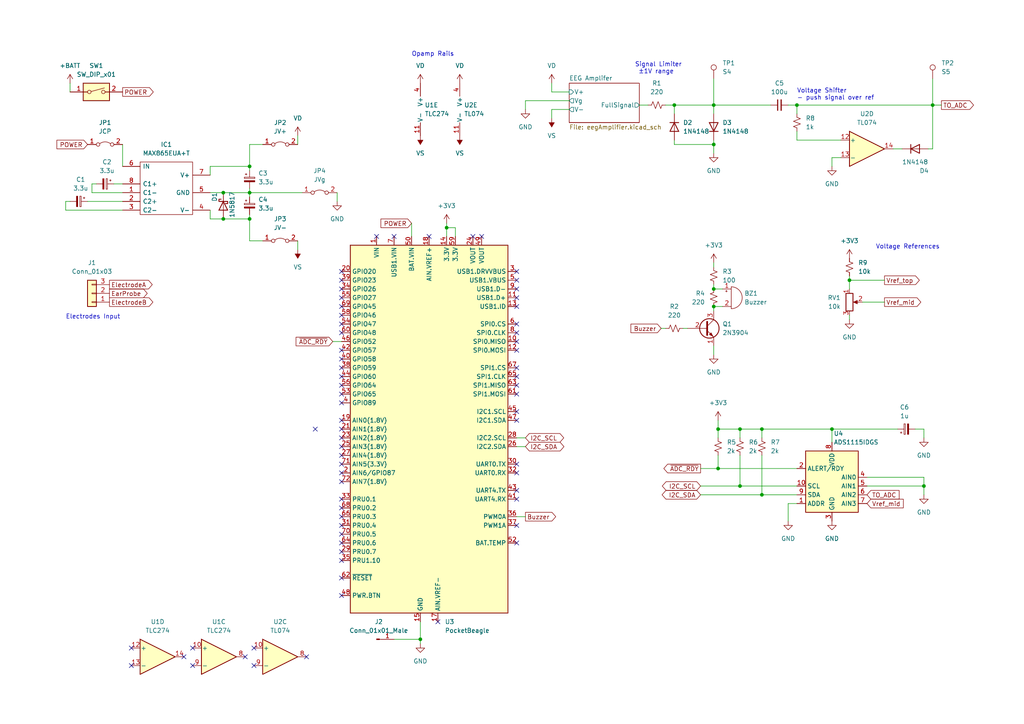
<source format=kicad_sch>
(kicad_sch (version 20211123) (generator eeschema)
  (paper "A4")
  (title_block (title "TrailNapAlarm") (date "2022-06-07") (rev "3"))
  (lib_symbols
    (symbol "Amplifier_Operational:TL074" (pin_names (offset 0.127))
      (property "Reference" "U" (at 0 5.08 0))
      (property "Value" "TL074" (at 0 -5.08 0))
      (symbol "TL074_1_1"
        (polyline (pts (xy -5.08 5.08) (xy 5.08 0) (xy -5.08 -5.08) (xy -5.08 5.08)) (stroke (width 0.254)) (fill (type background)))
        (pin output line (at 7.62 0 180) (length 2.54) (name "~") (number "1"))
        (pin input line (at -7.62 -2.54 0) (length 2.54) (name "-") (number "2"))
        (pin input line (at -7.62 2.54 0) (length 2.54) (name "+") (number "3"))
      )
      (symbol "TL074_2_1"
        (polyline (pts (xy -5.08 5.08) (xy 5.08 0) (xy -5.08 -5.08) (xy -5.08 5.08)) (stroke (width 0.254)) (fill (type background)))
        (pin input line (at -7.62 2.54 0) (length 2.54) (name "+") (number "5"))
        (pin input line (at -7.62 -2.54 0) (length 2.54) (name "-") (number "6"))
        (pin output line (at 7.62 0 180) (length 2.54) (name "~") (number "7"))
      )
      (symbol "TL074_3_1"
        (polyline (pts (xy -5.08 5.08) (xy 5.08 0) (xy -5.08 -5.08) (xy -5.08 5.08)) (stroke (width 0.254)) (fill (type background)))
        (pin input line (at -7.62 2.54 0) (length 2.54) (name "+") (number "10"))
        (pin output line (at 7.62 0 180) (length 2.54) (name "~") (number "8"))
        (pin input line (at -7.62 -2.54 0) (length 2.54) (name "-") (number "9"))
      )
      (symbol "TL074_4_1"
        (polyline (pts (xy -5.08 5.08) (xy 5.08 0) (xy -5.08 -5.08) (xy -5.08 5.08)) (stroke (width 0.254)) (fill (type background)))
        (pin input line (at -7.62 2.54 0) (length 2.54) (name "+") (number "12"))
        (pin input line (at -7.62 -2.54 0) (length 2.54) (name "-") (number "13"))
        (pin output line (at 7.62 0 180) (length 2.54) (name "~") (number "14"))
      )
      (symbol "TL074_5_1"
        (pin power_in line (at -2.54 -7.62 90) (length 3.81) (name "V-") (number "11"))
        (pin power_in line (at -2.54 7.62 270) (length 3.81) (name "V+") (number "4"))
      )
    )
    (symbol "Amplifier_Operational:TLC274" (pin_names (offset 0.127))
      (property "Reference" "U" (at 0 5.08 0))
      (property "Value" "TLC274" (at 0 -5.08 0))
      (symbol "TLC274_1_1"
        (polyline (pts (xy -5.08 5.08) (xy 5.08 0) (xy -5.08 -5.08) (xy -5.08 5.08)) (stroke (width 0.254)) (fill (type background)))
        (pin output line (at 7.62 0 180) (length 2.54) (name "~") (number "1"))
        (pin input line (at -7.62 -2.54 0) (length 2.54) (name "-") (number "2"))
        (pin input line (at -7.62 2.54 0) (length 2.54) (name "+") (number "3"))
      )
      (symbol "TLC274_2_1"
        (polyline (pts (xy -5.08 5.08) (xy 5.08 0) (xy -5.08 -5.08) (xy -5.08 5.08)) (stroke (width 0.254)) (fill (type background)))
        (pin input line (at -7.62 2.54 0) (length 2.54) (name "+") (number "5"))
        (pin input line (at -7.62 -2.54 0) (length 2.54) (name "-") (number "6"))
        (pin output line (at 7.62 0 180) (length 2.54) (name "~") (number "7"))
      )
      (symbol "TLC274_3_1"
        (polyline (pts (xy -5.08 5.08) (xy 5.08 0) (xy -5.08 -5.08) (xy -5.08 5.08)) (stroke (width 0.254)) (fill (type background)))
        (pin input line (at -7.62 2.54 0) (length 2.54) (name "+") (number "10"))
        (pin output line (at 7.62 0 180) (length 2.54) (name "~") (number "8"))
        (pin input line (at -7.62 -2.54 0) (length 2.54) (name "-") (number "9"))
      )
      (symbol "TLC274_4_1"
        (polyline (pts (xy -5.08 5.08) (xy 5.08 0) (xy -5.08 -5.08) (xy -5.08 5.08)) (stroke (width 0.254)) (fill (type background)))
        (pin input line (at -7.62 2.54 0) (length 2.54) (name "+") (number "12"))
        (pin input line (at -7.62 -2.54 0) (length 2.54) (name "-") (number "13"))
        (pin output line (at 7.62 0 180) (length 2.54) (name "~") (number "14"))
      )
      (symbol "TLC274_5_1"
        (pin power_in line (at -2.54 -7.62 90) (length 3.81) (name "V-") (number "11"))
        (pin power_in line (at -2.54 7.62 270) (length 3.81) (name "V+") (number "4"))
      )
    )
    (symbol "Analog_ADC:ADS1115IDGS"
      (property "Reference" "U" (at 2.54 13.97 0))
      (property "Value" "ADS1115IDGS" (at 7.62 11.43 0))
      (symbol "ADS1115IDGS_0_1"
        (rectangle (start -7.62 10.16) (end 7.62 -7.62) (stroke (width 0.254)) (fill (type background)))
      )
      (symbol "ADS1115IDGS_1_1"
        (pin input line (at 10.16 -5.08 180) (length 2.54) (name "ADDR") (number "1"))
        (pin input line (at 10.16 0 180) (length 2.54) (name "SCL") (number "10"))
        (pin output line (at 10.16 5.08 180) (length 2.54) (name "ALERT/RDY") (number "2"))
        (pin power_in line (at 0 -10.16 90) (length 2.54) (name "GND") (number "3"))
        (pin input line (at -10.16 2.54 0) (length 2.54) (name "AIN0") (number "4"))
        (pin input line (at -10.16 0 0) (length 2.54) (name "AIN1") (number "5"))
        (pin input line (at -10.16 -2.54 0) (length 2.54) (name "AIN2") (number "6"))
        (pin input line (at -10.16 -5.08 0) (length 2.54) (name "AIN3") (number "7"))
        (pin power_in line (at 0 12.7 270) (length 2.54) (name "VDD") (number "8"))
        (pin bidirectional line (at 10.16 -2.54 180) (length 2.54) (name "SDA") (number "9"))
      )
    )
    (symbol "Connector:Conn_01x01_Male" (pin_names (offset 1.016) hide)
      (property "Reference" "J" (at 0 2.54 0))
      (property "Value" "Conn_01x01_Male" (at 0 -2.54 0))
      (symbol "Conn_01x01_Male_1_1"
        (polyline (pts (xy 1.27 0) (xy 0.8636 0)) (stroke (width 0.1524)))
        (rectangle (start 0.8636 0.127) (end 0 -0.127) (stroke (width 0.1524)) (fill (type outline)))
        (pin passive line (at 5.08 0 180) (length 3.81) (name "Pin_1") (number "1"))
      )
    )
    (symbol "Connector:TestPoint" (pin_numbers hide) (pin_names (offset 0.762) hide)
      (property "Reference" "TP" (at 0 6.858 0))
      (property "Value" "TestPoint" (at 0 5.08 0))
      (symbol "TestPoint_0_1"
        (circle (center 0 3.302) (radius 0.762))
      )
      (symbol "TestPoint_1_1"
        (pin passive line (at 0 0 90) (length 2.54) (name "1") (number "1"))
      )
    )
    (symbol "Connector_Generic:Conn_01x03" (pin_names (offset 1.016) hide)
      (property "Reference" "J" (at 0 5.08 0))
      (property "Value" "Conn_01x03" (at 0 -5.08 0))
      (symbol "Conn_01x03_1_1"
        (rectangle (start -1.27 -2.413) (end 0 -2.667) (stroke (width 0.1524)))
        (rectangle (start -1.27 0.127) (end 0 -0.127) (stroke (width 0.1524)))
        (rectangle (start -1.27 2.667) (end 0 2.413) (stroke (width 0.1524)))
        (rectangle (start -1.27 3.81) (end 1.27 -3.81) (stroke (width 0.254)) (fill (type background)))
        (pin passive line (at -5.08 2.54 0) (length 3.81) (name "Pin_1") (number "1"))
        (pin passive line (at -5.08 0 0) (length 3.81) (name "Pin_2") (number "2"))
        (pin passive line (at -5.08 -2.54 0) (length 3.81) (name "Pin_3") (number "3"))
      )
    )
    (symbol "Device:Buzzer" (pin_names (offset 0.0254) hide)
      (property "Reference" "BZ" (at 3.81 1.27 0))
      (property "Value" "Buzzer" (at 3.81 -1.27 0))
      (symbol "Buzzer_0_1"
        (arc (start 0 -3.175) (mid 3.175 0) (end 0 3.175))
        (polyline (pts (xy -1.651 1.905) (xy -1.143 1.905)))
        (polyline (pts (xy -1.397 2.159) (xy -1.397 1.651)))
        (polyline (pts (xy 0 3.175) (xy 0 -3.175)))
      )
      (symbol "Buzzer_1_1"
        (pin passive line (at -2.54 2.54 0) (length 2.54) (name "-") (number "1"))
        (pin passive line (at -2.54 -2.54 0) (length 2.54) (name "+") (number "2"))
      )
    )
    (symbol "Device:C_Polarized_Small" (pin_numbers hide) (pin_names (offset 0.254) hide)
      (property "Reference" "C" (at 0.254 1.778 0))
      (property "Value" "C_Polarized_Small" (at 0.254 -2.032 0))
      (symbol "C_Polarized_Small_0_1"
        (rectangle (start -1.524 -0.3048) (end 1.524 -0.6858) (fill (type outline)))
        (rectangle (start -1.524 0.6858) (end 1.524 0.3048))
        (polyline (pts (xy -1.27 1.524) (xy -0.762 1.524)))
        (polyline (pts (xy -1.016 1.27) (xy -1.016 1.778)))
      )
      (symbol "C_Polarized_Small_1_1"
        (pin passive line (at 0 2.54 270) (length 1.8542) (name "~") (number "1"))
        (pin passive line (at 0 -2.54 90) (length 1.8542) (name "~") (number "2"))
      )
    )
    (symbol "Device:C_Small" (pin_numbers hide) (pin_names (offset 0.254) hide)
      (property "Reference" "C" (at 0.254 1.778 0))
      (property "Value" "C_Small" (at 0.254 -2.032 0))
      (symbol "C_Small_0_1"
        (polyline (pts (xy -1.524 -0.508) (xy 1.524 -0.508)) (stroke (width 0.3302)))
        (polyline (pts (xy -1.524 0.508) (xy 1.524 0.508)) (stroke (width 0.3048)))
      )
      (symbol "C_Small_1_1"
        (pin passive line (at 0 2.54 270) (length 2.032) (name "~") (number "1"))
        (pin passive line (at 0 -2.54 90) (length 2.032) (name "~") (number "2"))
      )
    )
    (symbol "Device:R_Potentiometer" (pin_names (offset 1.016) hide)
      (property "Reference" "RV" (at -4.445 0 90))
      (property "Value" "R_Potentiometer" (at -2.54 0 90))
      (symbol "R_Potentiometer_0_1"
        (polyline (pts (xy 2.54 0) (xy 1.524 0)))
        (polyline (pts (xy 1.143 0) (xy 2.286 0.508) (xy 2.286 -0.508) (xy 1.143 0)) (fill (type outline)))
        (rectangle (start 1.016 2.54) (end -1.016 -2.54) (stroke (width 0.254)))
      )
      (symbol "R_Potentiometer_1_1"
        (pin passive line (at 0 3.81 270) (length 1.27) (name "1") (number "1"))
        (pin passive line (at 3.81 0 180) (length 1.27) (name "2") (number "2"))
        (pin passive line (at 0 -3.81 90) (length 1.27) (name "3") (number "3"))
      )
    )
    (symbol "Device:R_Small_US" (pin_numbers hide) (pin_names (offset 0.254) hide)
      (property "Reference" "R" (at 0.762 0.508 0))
      (property "Value" "R_Small_US" (at 0.762 -1.016 0))
      (symbol "R_Small_US_1_1"
        (polyline (pts (xy 0 0) (xy 1.016 -0.381) (xy 0 -0.762) (xy -1.016 -1.143) (xy 0 -1.524)))
        (polyline (pts (xy 0 1.524) (xy 1.016 1.143) (xy 0 0.762) (xy -1.016 0.381) (xy 0 0)))
        (pin passive line (at 0 2.54 270) (length 1.016) (name "~") (number "1"))
        (pin passive line (at 0 -2.54 90) (length 1.016) (name "~") (number "2"))
      )
    )
    (symbol "Diode:1N4148" (pin_numbers hide) (pin_names (offset 1.016) hide)
      (property "Reference" "D" (at 0 2.54 0))
      (property "Value" "1N4148" (at 0 -2.54 0))
      (symbol "1N4148_0_1"
        (polyline (pts (xy -1.27 1.27) (xy -1.27 -1.27)) (stroke (width 0.254)))
        (polyline (pts (xy 1.27 0) (xy -1.27 0)))
        (polyline (pts (xy 1.27 1.27) (xy 1.27 -1.27) (xy -1.27 0) (xy 1.27 1.27)) (stroke (width 0.254)))
      )
      (symbol "1N4148_1_1"
        (pin passive line (at -3.81 0 0) (length 2.54) (name "K") (number "1"))
        (pin passive line (at 3.81 0 180) (length 2.54) (name "A") (number "2"))
      )
    )
    (symbol "Diode:1N5817" (pin_numbers hide) (pin_names (offset 1.016) hide)
      (property "Reference" "D" (at 0 2.54 0))
      (property "Value" "1N5817" (at 0 -2.54 0))
      (symbol "1N5817_0_1"
        (polyline (pts (xy 1.27 0) (xy -1.27 0)))
        (polyline (pts (xy 1.27 1.27) (xy 1.27 -1.27) (xy -1.27 0) (xy 1.27 1.27)) (stroke (width 0.254)))
        (polyline (pts (xy -1.905 0.635) (xy -1.905 1.27) (xy -1.27 1.27) (xy -1.27 -1.27) (xy -0.635 -1.27) (xy -0.635 -0.635)) (stroke (width 0.254)))
      )
      (symbol "1N5817_1_1"
        (pin passive line (at -3.81 0 0) (length 2.54) (name "K") (number "1"))
        (pin passive line (at 3.81 0 180) (length 2.54) (name "A") (number "2"))
      )
    )
    (symbol "Jumper:Jumper_2_Bridged" (pin_names (offset 0) hide)
      (property "Reference" "JP" (at 0 1.905 0))
      (property "Value" "Jumper_2_Bridged" (at 0 -2.54 0))
      (symbol "Jumper_2_Bridged_0_0"
        (circle (center -2.032 0) (radius 0.508))
        (circle (center 2.032 0) (radius 0.508))
      )
      (symbol "Jumper_2_Bridged_0_1"
        (arc (start 1.524 0.254) (mid 0 0.762) (end -1.524 0.254))
      )
      (symbol "Jumper_2_Bridged_1_1"
        (pin passive line (at -5.08 0 0) (length 2.54) (name "A") (number "1"))
        (pin passive line (at 5.08 0 180) (length 2.54) (name "B") (number "2"))
      )
    )
    (symbol "MCU_Module:PocketBeagle"
      (property "Reference" "U" (at -22.86 -54.61 0))
      (property "Value" "PocketBeagle" (at 22.86 -54.61 0))
      (symbol "PocketBeagle_0_1"
        (rectangle (start -22.86 53.34) (end 22.86 -53.34) (stroke (width 0.254)) (fill (type background)))
      )
      (symbol "PocketBeagle_1_1"
        (pin power_in line (at -15.24 55.88 270) (length 2.54) (name "VIN") (number "1"))
        (pin bidirectional line (at 25.4 25.4 180) (length 2.54) (name "SPI0.MISO") (number "10"))
        (pin bidirectional line (at 25.4 38.1 180) (length 2.54) (name "USB1.D+") (number "11"))
        (pin bidirectional line (at 25.4 22.86 180) (length 2.54) (name "SPI0.MOSI") (number "12"))
        (pin input line (at 25.4 35.56 180) (length 2.54) (name "USB1.ID") (number "13"))
        (pin power_out line (at 5.08 55.88 270) (length 2.54) (name "3.3V") (number "14"))
        (pin power_in line (at -2.54 -55.88 90) (length 2.54) (name "GND") (number "15"))
        (pin passive line (at -2.54 -55.88 90) (length 2.54) hide (name "GND") (number "16"))
        (pin power_in line (at 2.54 -55.88 90) (length 2.54) (name "AIN.VREF-") (number "17"))
        (pin power_in line (at 0 55.88 270) (length 2.54) (name "AIN.VREF+") (number "18"))
        (pin input line (at -25.4 2.54 0) (length 2.54) (name "AIN0(1.8V)") (number "19"))
        (pin bidirectional line (at -25.4 -12.7 0) (length 2.54) (name "AIN6/GPIO87") (number "2"))
        (pin bidirectional line (at -25.4 45.72 0) (length 2.54) (name "GPIO20") (number "20"))
        (pin input line (at -25.4 0 0) (length 2.54) (name "AIN1(1.8V)") (number "21"))
        (pin passive line (at -2.54 -55.88 90) (length 2.54) hide (name "GND") (number "22"))
        (pin input line (at -25.4 -2.54 0) (length 2.54) (name "AIN2(1.8V)") (number "23"))
        (pin power_out line (at 12.7 55.88 270) (length 2.54) (name "VOUT") (number "24"))
        (pin input line (at -25.4 -5.08 0) (length 2.54) (name "AIN3(1.8V)") (number "25"))
        (pin bidirectional line (at 25.4 -5.08 180) (length 2.54) (name "I2C2.SDA") (number "26"))
        (pin input line (at -25.4 -7.62 0) (length 2.54) (name "AIN4(1.8V)") (number "27"))
        (pin bidirectional line (at 25.4 -2.54 180) (length 2.54) (name "I2C2.SCL") (number "28"))
        (pin bidirectional line (at -25.4 -35.56 0) (length 2.54) (name "PRU0.7") (number "29"))
        (pin output line (at 25.4 45.72 180) (length 2.54) (name "USB1.DRVVBUS") (number "3"))
        (pin bidirectional line (at 25.4 -10.16 180) (length 2.54) (name "UART0.TX") (number "30"))
        (pin bidirectional line (at -25.4 -27.94 0) (length 2.54) (name "PRU0.4") (number "31"))
        (pin bidirectional line (at 25.4 -12.7 180) (length 2.54) (name "UART0.RX") (number "32"))
        (pin bidirectional line (at -25.4 -20.32 0) (length 2.54) (name "PRU0.1") (number "33"))
        (pin bidirectional line (at -25.4 40.64 0) (length 2.54) (name "GPIO26") (number "34"))
        (pin bidirectional line (at -25.4 -38.1 0) (length 2.54) (name "PRU1.10") (number "35"))
        (pin bidirectional line (at 25.4 -25.4 180) (length 2.54) (name "PWM0A") (number "36"))
        (pin bidirectional line (at 25.4 -27.94 180) (length 2.54) (name "PWM1A") (number "37"))
        (pin bidirectional line (at -25.4 17.78 0) (length 2.54) (name "GPIO59") (number "38"))
        (pin bidirectional line (at -25.4 43.18 0) (length 2.54) (name "GPIO23") (number "39"))
        (pin bidirectional line (at -25.4 7.62 0) (length 2.54) (name "GPIO89") (number "4"))
        (pin bidirectional line (at -25.4 20.32 0) (length 2.54) (name "GPIO58") (number "40"))
        (pin bidirectional line (at 25.4 -20.32 180) (length 2.54) (name "UART4.RX") (number "41"))
        (pin bidirectional line (at -25.4 22.86 0) (length 2.54) (name "GPIO57") (number "42"))
        (pin bidirectional line (at 25.4 -17.78 180) (length 2.54) (name "UART4.TX") (number "43"))
        (pin bidirectional line (at -25.4 15.24 0) (length 2.54) (name "GPIO60") (number "44"))
        (pin bidirectional line (at 25.4 5.08 180) (length 2.54) (name "I2C1.SCL") (number "45"))
        (pin bidirectional line (at -25.4 25.4 0) (length 2.54) (name "GPIO52") (number "46"))
        (pin bidirectional line (at 25.4 2.54 180) (length 2.54) (name "I2C1.SDA") (number "47"))
        (pin input line (at -25.4 -48.26 0) (length 2.54) (name "PWR.BTN") (number "48"))
        (pin power_out line (at 15.24 55.88 270) (length 2.54) (name "VOUT") (number "49"))
        (pin input line (at 25.4 43.18 180) (length 2.54) (name "USB1.VBUS") (number "5"))
        (pin power_in line (at -5.08 55.88 270) (length 2.54) (name "BAT.VIN") (number "50"))
        (pin passive line (at -2.54 -55.88 90) (length 2.54) hide (name "GND") (number "51"))
        (pin passive line (at 25.4 -33.02 180) (length 2.54) (name "BAT.TEMP") (number "52"))
        (pin bidirectional line (at -25.4 10.16 0) (length 2.54) (name "GPIO65") (number "53"))
        (pin bidirectional line (at -25.4 30.48 0) (length 2.54) (name "GPIO47") (number "54"))
        (pin bidirectional line (at -25.4 38.1 0) (length 2.54) (name "GPIO27") (number "55"))
        (pin bidirectional line (at -25.4 12.7 0) (length 2.54) (name "GPIO64") (number "56"))
        (pin passive line (at -2.54 -55.88 90) (length 2.54) hide (name "GND") (number "57"))
        (pin bidirectional line (at -25.4 33.02 0) (length 2.54) (name "GPIO46") (number "58"))
        (pin power_out line (at 7.62 55.88 270) (length 2.54) (name "3.3V") (number "59"))
        (pin bidirectional line (at 25.4 30.48 180) (length 2.54) (name "SPI0.CS") (number "6"))
        (pin bidirectional line (at -25.4 27.94 0) (length 2.54) (name "GPIO48") (number "60"))
        (pin bidirectional line (at 25.4 10.16 180) (length 2.54) (name "SPI1.MOSI") (number "61"))
        (pin input line (at -25.4 -43.18 0) (length 2.54) (name "~{RESET}") (number "62"))
        (pin bidirectional line (at 25.4 12.7 180) (length 2.54) (name "SPI1.MISO") (number "63"))
        (pin bidirectional line (at -25.4 -33.02 0) (length 2.54) (name "PRU0.6") (number "64"))
        (pin bidirectional line (at 25.4 15.24 180) (length 2.54) (name "SPI1.CLK") (number "65"))
        (pin bidirectional line (at -25.4 -25.4 0) (length 2.54) (name "PRU0.3") (number "66"))
        (pin bidirectional line (at 25.4 17.78 180) (length 2.54) (name "SPI1.CS") (number "67"))
        (pin bidirectional line (at -25.4 -22.86 0) (length 2.54) (name "PRU0.2") (number "68"))
        (pin bidirectional line (at -25.4 35.56 0) (length 2.54) (name "GPIO45") (number "69"))
        (pin power_in line (at -10.16 55.88 270) (length 2.54) (name "USB1.VIN") (number "7"))
        (pin bidirectional line (at -25.4 -30.48 0) (length 2.54) (name "PRU0.5") (number "70"))
        (pin input line (at -25.4 -10.16 0) (length 2.54) (name "AIN5(3.3V)") (number "71"))
        (pin input line (at -25.4 -15.24 0) (length 2.54) (name "AIN7(1.8V)") (number "72"))
        (pin bidirectional line (at 25.4 27.94 180) (length 2.54) (name "SPI0.CLK") (number "8"))
        (pin bidirectional line (at 25.4 40.64 180) (length 2.54) (name "USB1.D-") (number "9"))
      )
    )
    (symbol "SamacSys:MAX865EUA+T" (pin_names (offset 0.762))
      (property "Reference" "IC?" (at 12.7 7.62 0))
      (property "Value" "MAX865EUA+T" (at 12.7 5.08 0))
      (symbol "MAX865EUA+T_0_0"
        (pin passive line (at 0 -6.35 0) (length 5.08) (name "C1-") (number "1"))
        (pin passive line (at 0 -8.89 0) (length 5.08) (name "C2+") (number "2"))
        (pin passive line (at 0 -11.43 0) (length 5.08) (name "C2-") (number "3"))
        (pin passive line (at 25.4 -11.43 180) (length 5.08) (name "V-") (number "4"))
        (pin passive line (at 25.4 -6.35 180) (length 5.08) (name "GND") (number "5"))
        (pin passive line (at 0 1.27 0) (length 5.08) (name "IN") (number "6"))
        (pin passive line (at 25.4 -1.27 180) (length 5.08) (name "V+") (number "7"))
        (pin passive line (at 0 -3.81 0) (length 5.08) (name "C1+") (number "8"))
      )
      (symbol "MAX865EUA+T_0_1"
        (polyline (pts (xy 5.08 2.54) (xy 20.32 2.54) (xy 20.32 -12.7) (xy 5.08 -12.7) (xy 5.08 2.54)) (stroke (width 0.1524)))
      )
    )
    (symbol "Switch:SW_DIP_x01" (pin_names (offset 0) hide)
      (property "Reference" "SW" (at 0 3.81 0))
      (property "Value" "SW_DIP_x01" (at 0 -3.81 0))
      (symbol "SW_DIP_x01_0_0"
        (circle (center -2.032 0) (radius 0.508))
        (polyline (pts (xy -1.524 0.127) (xy 2.3622 1.1684)))
        (circle (center 2.032 0) (radius 0.508))
      )
      (symbol "SW_DIP_x01_0_1"
        (rectangle (start -3.81 2.54) (end 3.81 -2.54) (stroke (width 0.254)) (fill (type background)))
      )
      (symbol "SW_DIP_x01_1_1"
        (pin passive line (at -7.62 0 0) (length 5.08) (name "~") (number "1"))
        (pin passive line (at 7.62 0 180) (length 5.08) (name "~") (number "2"))
      )
    )
    (symbol "Transistor_BJT:2N3904" (pin_names (offset 0) hide)
      (property "Reference" "Q" (at 5.08 1.905 0))
      (property "Value" "2N3904" (at 5.08 0 0))
      (symbol "2N3904_0_1"
        (polyline (pts (xy 0.635 0.635) (xy 2.54 2.54)))
        (polyline (pts (xy 0.635 -0.635) (xy 2.54 -2.54) (xy 2.54 -2.54)))
        (polyline (pts (xy 0.635 1.905) (xy 0.635 -1.905) (xy 0.635 -1.905)) (stroke (width 0.508)))
        (polyline (pts (xy 1.27 -1.778) (xy 1.778 -1.27) (xy 2.286 -2.286) (xy 1.27 -1.778) (xy 1.27 -1.778)) (fill (type outline)))
        (circle (center 1.27 0) (radius 2.8194) (stroke (width 0.254)))
      )
      (symbol "2N3904_1_1"
        (pin passive line (at 2.54 -5.08 90) (length 2.54) (name "E") (number "1"))
        (pin passive line (at -5.08 0 0) (length 5.715) (name "B") (number "2"))
        (pin passive line (at 2.54 5.08 270) (length 2.54) (name "C") (number "3"))
      )
    )
    (symbol "power:+3V3" (power) (pin_names (offset 0))
      (property "Value" "+3V3" (at 0 3.556 0))
      (symbol "+3V3_0_1"
        (polyline (pts (xy -0.762 1.27) (xy 0 2.54)))
        (polyline (pts (xy 0 0) (xy 0 2.54)))
        (polyline (pts (xy 0 2.54) (xy 0.762 1.27)))
      )
      (symbol "+3V3_1_1"
        (pin power_in line (at 0 0 90) (length 0) hide (name "+3V3") (number "1"))
      )
    )
    (symbol "power:+BATT" (power) (pin_names (offset 0))
      (property "Value" "+BATT" (at 0 3.556 0))
      (symbol "+BATT_0_1"
        (polyline (pts (xy -0.762 1.27) (xy 0 2.54)))
        (polyline (pts (xy 0 0) (xy 0 2.54)))
        (polyline (pts (xy 0 2.54) (xy 0.762 1.27)))
      )
      (symbol "+BATT_1_1"
        (pin power_in line (at 0 0 90) (length 0) hide (name "+BATT") (number "1"))
      )
    )
    (symbol "power:GND" (power) (pin_names (offset 0))
      (property "Value" "GND" (at 0 -3.81 0))
      (symbol "GND_0_1"
        (polyline (pts (xy 0 0) (xy 0 -1.27) (xy 1.27 -1.27) (xy 0 -2.54) (xy -1.27 -1.27) (xy 0 -1.27)))
      )
      (symbol "GND_1_1"
        (pin power_in line (at 0 0 270) (length 0) hide (name "GND") (number "1"))
      )
    )
    (symbol "power:VD" (power) (pin_names (offset 0))
      (property "Value" "VD" (at 0 3.81 0))
      (symbol "VD_0_1"
        (polyline (pts (xy -0.762 1.27) (xy 0 2.54)))
        (polyline (pts (xy 0 0) (xy 0 2.54)))
        (polyline (pts (xy 0 2.54) (xy 0.762 1.27)))
      )
      (symbol "VD_1_1"
        (pin power_in line (at 0 0 90) (length 0) hide (name "VD") (number "1"))
      )
    )
    (symbol "power:VS" (power) (pin_names (offset 0))
      (property "Value" "VS" (at 0 3.81 0))
      (symbol "VS_0_1"
        (polyline (pts (xy 0 0) (xy 0 2.54)))
        (polyline (pts (xy 0.762 1.27) (xy -0.762 1.27) (xy 0 2.54) (xy 0.762 1.27)) (fill (type outline)))
      )
      (symbol "VS_1_1"
        (pin power_in line (at 0 0 90) (length 0) hide (name "VS") (number "1"))
      )
    )
  )
  (junction (at 207.01 41.91))
  (junction (at 241.3 124.46))
  (junction (at 231.14 30.48))
  (junction (at 214.63 124.46))
  (junction (at 214.63 140.97))
  (junction (at 195.58 30.48))
  (junction (at 220.98 124.46))
  (junction (at 246.38 81.28))
  (junction (at 207.01 30.48))
  (junction (at 72.39 48.26))
  (junction (at 208.28 135.89))
  (junction (at 208.28 124.46))
  (junction (at 121.92 185.42))
  (junction (at 207.01 83.82))
  (junction (at 270.51 30.48))
  (junction (at 72.39 63.5))
  (junction (at 220.98 143.51))
  (junction (at 267.97 140.97))
  (junction (at 64.77 63.5))
  (junction (at 129.54 66.04))
  (junction (at 64.77 55.88))
  (junction (at 207.01 88.9))
  (junction (at 72.39 55.88))
  (no_connect (at 99.06 116.84))
  (no_connect (at 99.06 88.9))
  (no_connect (at 149.86 96.52))
  (no_connect (at 99.06 93.98))
  (no_connect (at 149.86 81.28))
  (no_connect (at 99.06 101.6))
  (no_connect (at 99.06 104.14))
  (no_connect (at 109.22 68.58))
  (no_connect (at 99.06 91.44))
  (no_connect (at 99.06 111.76))
  (no_connect (at 99.06 160.02))
  (no_connect (at 149.86 137.16))
  (no_connect (at 99.06 144.78))
  (no_connect (at 149.86 86.36))
  (no_connect (at 149.86 88.9))
  (no_connect (at 91.44 124.46))
  (no_connect (at 149.86 101.6))
  (no_connect (at 149.86 157.48))
  (no_connect (at 99.06 132.08))
  (no_connect (at 149.86 134.62))
  (no_connect (at 99.06 114.3))
  (no_connect (at 149.86 83.82))
  (no_connect (at 99.06 152.4))
  (no_connect (at 99.06 134.62))
  (no_connect (at 149.86 93.98))
  (no_connect (at 99.06 129.54))
  (no_connect (at 99.06 157.48))
  (no_connect (at 149.86 152.4))
  (no_connect (at 99.06 127))
  (no_connect (at 99.06 124.46))
  (no_connect (at 149.86 106.68))
  (no_connect (at 99.06 78.74))
  (no_connect (at 99.06 106.68))
  (no_connect (at 149.86 109.22))
  (no_connect (at 99.06 86.36))
  (no_connect (at 114.3 68.58))
  (no_connect (at 124.46 68.58))
  (no_connect (at 137.16 68.58))
  (no_connect (at 139.7 68.58))
  (no_connect (at 88.9 190.5))
  (no_connect (at 71.12 190.5))
  (no_connect (at 73.66 193.04))
  (no_connect (at 73.66 187.96))
  (no_connect (at 55.88 187.96))
  (no_connect (at 55.88 193.04))
  (no_connect (at 53.34 190.5))
  (no_connect (at 38.1 187.96))
  (no_connect (at 38.1 193.04))
  (no_connect (at 99.06 96.52))
  (no_connect (at 99.06 147.32))
  (no_connect (at 99.06 109.22))
  (no_connect (at 99.06 137.16))
  (no_connect (at 99.06 81.28))
  (no_connect (at 149.86 121.92))
  (no_connect (at 99.06 162.56))
  (no_connect (at 149.86 99.06))
  (no_connect (at 149.86 111.76))
  (no_connect (at 99.06 139.7))
  (no_connect (at 149.86 78.74))
  (no_connect (at 99.06 167.64))
  (no_connect (at 99.06 172.72))
  (no_connect (at 127 180.34))
  (no_connect (at 99.06 121.92))
  (no_connect (at 99.06 83.82))
  (no_connect (at 149.86 144.78))
  (no_connect (at 149.86 119.38))
  (no_connect (at 149.86 114.3))
  (no_connect (at 99.06 154.94))
  (no_connect (at 99.06 149.86))
  (no_connect (at 149.86 142.24))
  (wire (pts (xy 64.77 63.5) (xy 72.39 63.5)))
  (wire (pts (xy 208.28 121.92) (xy 208.28 124.46)))
  (wire (pts (xy 60.96 48.26) (xy 60.96 50.8)))
  (wire (pts (xy 220.98 143.51) (xy 231.14 143.51)))
  (wire (pts (xy 231.14 38.1) (xy 231.14 40.64)))
  (wire (pts (xy 207.01 88.9) (xy 209.55 88.9)))
  (wire (pts (xy 207.01 100.33) (xy 207.01 102.87)))
  (wire (pts (xy 121.92 186.69) (xy 121.92 185.42)))
  (wire (pts (xy 195.58 30.48) (xy 195.58 33.02)))
  (wire (pts (xy 231.14 30.48) (xy 231.14 33.02)))
  (wire (pts (xy 220.98 132.08) (xy 220.98 143.51)))
  (wire (pts (xy 72.39 69.85) (xy 72.39 63.5)))
  (wire (pts (xy 86.36 69.85) (xy 86.36 72.39)))
  (wire (pts (xy 165.1 31.75) (xy 160.02 31.75)))
  (wire (pts (xy 72.39 48.26) (xy 72.39 49.53)))
  (wire (pts (xy 246.38 80.01) (xy 246.38 81.28)))
  (wire (pts (xy 72.39 57.15) (xy 72.39 55.88)))
  (wire (pts (xy 265.43 124.46) (xy 267.97 124.46)))
  (wire (pts (xy 203.2 143.51) (xy 220.98 143.51)))
  (wire (pts (xy 195.58 41.91) (xy 207.01 41.91)))
  (wire (pts (xy 250.19 87.63) (xy 256.54 87.63)))
  (wire (pts (xy 270.51 22.86) (xy 270.51 30.48)))
  (wire (pts (xy 269.24 43.18) (xy 270.51 43.18)))
  (wire (pts (xy 60.96 63.5) (xy 60.96 60.96)))
  (wire (pts (xy 27.94 53.34) (xy 26.67 53.34)))
  (wire (pts (xy 152.4 129.54) (xy 149.86 129.54)))
  (wire (pts (xy 20.32 58.42) (xy 19.05 58.42)))
  (wire (pts (xy 132.08 66.04) (xy 129.54 66.04)))
  (wire (pts (xy 246.38 91.44) (xy 246.38 92.71)))
  (wire (pts (xy 76.2 69.85) (xy 72.39 69.85)))
  (wire (pts (xy 241.3 128.27) (xy 241.3 124.46)))
  (wire (pts (xy 241.3 124.46) (xy 220.98 124.46)))
  (wire (pts (xy 241.3 45.72) (xy 243.84 45.72)))
  (wire (pts (xy 129.54 64.77) (xy 129.54 66.04)))
  (wire (pts (xy 208.28 135.89) (xy 231.14 135.89)))
  (wire (pts (xy 207.01 30.48) (xy 223.52 30.48)))
  (wire (pts (xy 267.97 138.43) (xy 267.97 140.97)))
  (wire (pts (xy 208.28 132.08) (xy 208.28 135.89)))
  (wire (pts (xy 149.86 149.86) (xy 152.4 149.86)))
  (wire (pts (xy 251.46 138.43) (xy 267.97 138.43)))
  (wire (pts (xy 60.96 63.5) (xy 64.77 63.5)))
  (wire (pts (xy 270.51 30.48) (xy 231.14 30.48)))
  (wire (pts (xy 19.05 60.96) (xy 35.56 60.96)))
  (wire (pts (xy 114.3 185.42) (xy 121.92 185.42)))
  (wire (pts (xy 203.2 135.89) (xy 208.28 135.89)))
  (wire (pts (xy 72.39 63.5) (xy 72.39 62.23)))
  (wire (pts (xy 246.38 81.28) (xy 256.54 81.28)))
  (wire (pts (xy 241.3 45.72) (xy 241.3 48.26)))
  (wire (pts (xy 20.32 24.13) (xy 20.32 26.67)))
  (wire (pts (xy 267.97 140.97) (xy 267.97 143.51)))
  (wire (pts (xy 214.63 124.46) (xy 214.63 127)))
  (wire (pts (xy 207.01 76.2) (xy 207.01 77.47)))
  (wire (pts (xy 193.04 30.48) (xy 195.58 30.48)))
  (wire (pts (xy 228.6 146.05) (xy 228.6 151.13)))
  (wire (pts (xy 119.38 64.77) (xy 119.38 68.58)))
  (wire (pts (xy 270.51 30.48) (xy 273.05 30.48)))
  (wire (pts (xy 72.39 54.61) (xy 72.39 55.88)))
  (wire (pts (xy 33.02 53.34) (xy 35.56 53.34)))
  (wire (pts (xy 267.97 124.46) (xy 267.97 127)))
  (wire (pts (xy 96.52 99.06) (xy 99.06 99.06)))
  (wire (pts (xy 220.98 124.46) (xy 220.98 127)))
  (wire (pts (xy 270.51 43.18) (xy 270.51 30.48)))
  (wire (pts (xy 231.14 40.64) (xy 243.84 40.64)))
  (wire (pts (xy 26.67 53.34) (xy 26.67 55.88)))
  (wire (pts (xy 160.02 24.13) (xy 160.02 26.67)))
  (wire (pts (xy 19.05 58.42) (xy 19.05 60.96)))
  (wire (pts (xy 208.28 124.46) (xy 208.28 127)))
  (wire (pts (xy 207.01 82.55) (xy 207.01 83.82)))
  (wire (pts (xy 203.2 140.97) (xy 214.63 140.97)))
  (wire (pts (xy 35.56 41.91) (xy 35.56 48.26)))
  (wire (pts (xy 231.14 146.05) (xy 228.6 146.05)))
  (wire (pts (xy 26.67 55.88) (xy 35.56 55.88)))
  (wire (pts (xy 195.58 40.64) (xy 195.58 41.91)))
  (wire (pts (xy 165.1 29.21) (xy 152.4 29.21)))
  (wire (pts (xy 207.01 22.86) (xy 207.01 30.48)))
  (wire (pts (xy 152.4 127) (xy 149.86 127)))
  (wire (pts (xy 129.54 66.04) (xy 129.54 68.58)))
  (wire (pts (xy 214.63 140.97) (xy 231.14 140.97)))
  (wire (pts (xy 191.77 95.25) (xy 193.04 95.25)))
  (wire (pts (xy 72.39 41.91) (xy 72.39 48.26)))
  (wire (pts (xy 214.63 132.08) (xy 214.63 140.97)))
  (wire (pts (xy 220.98 124.46) (xy 214.63 124.46)))
  (wire (pts (xy 132.08 68.58) (xy 132.08 66.04)))
  (wire (pts (xy 64.77 55.88) (xy 72.39 55.88)))
  (wire (pts (xy 198.12 95.25) (xy 199.39 95.25)))
  (wire (pts (xy 207.01 33.02) (xy 207.01 30.48)))
  (wire (pts (xy 60.96 55.88) (xy 64.77 55.88)))
  (wire (pts (xy 152.4 29.21) (xy 152.4 31.75)))
  (wire (pts (xy 121.92 185.42) (xy 121.92 180.34)))
  (wire (pts (xy 97.79 58.42) (xy 97.79 55.88)))
  (wire (pts (xy 241.3 124.46) (xy 260.35 124.46)))
  (wire (pts (xy 207.01 88.9) (xy 207.01 90.17)))
  (wire (pts (xy 207.01 40.64) (xy 207.01 41.91)))
  (wire (pts (xy 207.01 83.82) (xy 209.55 83.82)))
  (wire (pts (xy 76.2 41.91) (xy 72.39 41.91)))
  (wire (pts (xy 160.02 26.67) (xy 165.1 26.67)))
  (wire (pts (xy 246.38 81.28) (xy 246.38 83.82)))
  (wire (pts (xy 72.39 55.88) (xy 87.63 55.88)))
  (wire (pts (xy 207.01 30.48) (xy 195.58 30.48)))
  (wire (pts (xy 160.02 31.75) (xy 160.02 34.29)))
  (wire (pts (xy 259.08 43.18) (xy 261.62 43.18)))
  (wire (pts (xy 207.01 41.91) (xy 207.01 44.45)))
  (wire (pts (xy 60.96 48.26) (xy 72.39 48.26)))
  (wire (pts (xy 185.42 30.48) (xy 187.96 30.48)))
  (wire (pts (xy 25.4 58.42) (xy 35.56 58.42)))
  (wire (pts (xy 214.63 124.46) (xy 208.28 124.46)))
  (wire (pts (xy 251.46 140.97) (xy 267.97 140.97)))
  (wire (pts (xy 228.6 30.48) (xy 231.14 30.48)))
  (wire (pts (xy 86.36 39.37) (xy 86.36 41.91)))
  (text "Electrodes Input" (at 19.05 92.71 0) (effects (font (size 1.27 1.27)) (justify left bottom)))
  (text "Voltage References" (at 254 72.39 0) (effects (font (size 1.27 1.27)) (justify left bottom)))
  (text "Signal Limiter\n ±1V range" (at 184.15 21.59 0) (effects (font (size 1.27 1.27)) (justify left bottom)))
  (text "Voltage Shifter\n- push signal over ref" (at 231.14 29.21 0) (effects (font (size 1.27 1.27)) (justify left bottom)))
  (text "Opamp Rails" (at 119.38 16.51 0) (effects (font (size 1.27 1.27)) (justify left bottom)))
  (global_label "Vref_mid" (shape output) (at 256.54 87.63 0) (property "Intersheet References" "${INTERSHEET_REFS}" (effects hide)))
  (global_label "POWER" (shape input) (at 119.38 64.77 180) (property "Intersheet References" "${INTERSHEET_REFS}" (effects hide)))
  (global_label "I2C_SDA" (shape bidirectional) (at 152.4 129.54 0) (property "Intersheet References" "${INTERSHEET_REFS}" (effects hide)))
  (global_label "I2C_SCL" (shape bidirectional) (at 152.4 127 0) (property "Intersheet References" "${INTERSHEET_REFS}" (effects hide)))
  (global_label "Buzzer" (shape output) (at 152.4 149.86 0) (property "Intersheet References" "${INTERSHEET_REFS}" (effects hide)))
  (global_label "~{ADC_RDY}" (shape input) (at 96.52 99.06 180) (property "Intersheet References" "${INTERSHEET_REFS}" (effects hide)))
  (global_label "Buzzer" (shape input) (at 191.77 95.25 180) (property "Intersheet References" "${INTERSHEET_REFS}" (effects hide)))
  (global_label "Vref_top" (shape output) (at 256.54 81.28 0) (property "Intersheet References" "${INTERSHEET_REFS}" (effects hide)))
  (global_label "POWER" (shape input) (at 25.4 41.91 180) (property "Intersheet References" "${INTERSHEET_REFS}" (effects hide)))
  (global_label "I2C_SDA" (shape bidirectional) (at 203.2 143.51 180) (property "Intersheet References" "${INTERSHEET_REFS}" (effects hide)))
  (global_label "I2C_SCL" (shape bidirectional) (at 203.2 140.97 180) (property "Intersheet References" "${INTERSHEET_REFS}" (effects hide)))
  (global_label "POWER" (shape output) (at 35.56 26.67 0) (property "Intersheet References" "${INTERSHEET_REFS}" (effects hide)))
  (global_label "Vref_mid" (shape input) (at 251.46 146.05 0) (property "Intersheet References" "${INTERSHEET_REFS}" (effects hide)))
  (global_label "TO_ADC" (shape input) (at 251.46 143.51 0) (property "Intersheet References" "${INTERSHEET_REFS}" (effects hide)))
  (global_label "TO_ADC" (shape output) (at 273.05 30.48 0) (property "Intersheet References" "${INTERSHEET_REFS}" (effects hide)))
  (global_label "ElectrodeB" (shape output) (at 31.75 87.63 0) (property "Intersheet References" "${INTERSHEET_REFS}" (effects hide)))
  (global_label "ElectrodeA" (shape output) (at 31.75 82.55 0) (property "Intersheet References" "${INTERSHEET_REFS}" (effects hide)))
  (global_label "~{ADC_RDY}" (shape output) (at 203.2 135.89 180) (property "Intersheet References" "${INTERSHEET_REFS}" (effects hide)))
  (global_label "EarProbe" (shape output) (at 31.75 85.09 0) (property "Intersheet References" "${INTERSHEET_REFS}" (effects hide)))
  (symbol (lib_id "Connector:TestPoint") (at 207.01 22.86 0) (unit 1)
    (property "Reference" "TP1" (at 209.55 18.2879 0) (effects (justify left)))
    (property "Value" "S4" (at 209.55 20.8279 0) (effects (justify left)))
    (property "Footprint" "TestPoint:TestPoint_Pad_D1.0mm" (effects hide))
  )
  (symbol (lib_id "Device:R_Small_US") (at 208.28 129.54 0) (unit 1)
    (property "Reference" "R5" (at 210.82 128.2699 0) (effects (justify left)))
    (property "Value" "2k" (at 210.82 130.8099 0) (effects (justify left)))
    (property "Footprint" "Resistor_SMD:R_1206_3216Metric_Pad1.30x1.75mm_HandSolder" (effects hide))
  )
  (symbol (lib_id "Device:C_Small") (at 226.06 30.48 90) (unit 1)
    (property "Reference" "C5" (at 226.0663 24.13 90))
    (property "Value" "100u" (at 226.0663 26.67 90))
    (property "Footprint" "Capacitor_THT:C_Radial_D5.0mm_H7.0mm_P2.00mm" (effects hide))
  )
  (symbol (lib_id "power:VD") (at 133.35 24.13 0) (unit 1)
    (property "Reference" "#PWR09" (effects hide))
    (property "Value" "VD" (at 133.35 19.05 0))
  )
  (symbol (lib_id "power:GND") (at 246.38 92.71 0) (unit 1)
    (property "Reference" "#PWR022" (effects hide))
    (property "Value" "GND" (at 246.38 97.79 0))
  )
  (symbol (lib_id "MCU_Module:PocketBeagle") (at 124.46 124.46 0) (unit 1)
    (property "Reference" "U3" (at 129.0194 180.34 0) (effects (justify left)))
    (property "Value" "PocketBeagle" (at 129.0194 182.88 0) (effects (justify left)))
    (property "Footprint" "Module:BeagleBoard_PocketBeagle" (effects hide))
    (property "Datasheet" "https://github.com/beagleboard/pocketbeagle/wiki/System-Reference-Manual" (effects hide))
  )
  (symbol (lib_id "Device:R_Small_US") (at 220.98 129.54 0) (unit 1)
    (property "Reference" "R7" (at 223.52 128.2699 0) (effects (justify left)))
    (property "Value" "2k" (at 223.52 130.8099 0) (effects (justify left)))
    (property "Footprint" "Resistor_SMD:R_1206_3216Metric_Pad1.30x1.75mm_HandSolder" (effects hide))
  )
  (symbol (lib_id "power:VS") (at 133.35 39.37 180) (unit 1)
    (property "Reference" "#PWR0102" (effects hide))
    (property "Value" "VS" (at 133.35 44.45 0))
  )
  (symbol (lib_id "power:GND") (at 207.01 102.87 0) (unit 1)
    (property "Reference" "#PWR016" (effects hide))
    (property "Value" "GND" (at 207.01 107.95 0))
  )
  (symbol (lib_id "Device:R_Small_US") (at 207.01 80.01 0) (unit 1)
    (property "Reference" "R3" (at 209.55 78.7399 0) (effects (justify left)))
    (property "Value" "100" (at 209.55 81.2799 0) (effects (justify left)))
    (property "Footprint" "Resistor_SMD:R_1206_3216Metric_Pad1.30x1.75mm_HandSolder" (effects hide))
  )
  (symbol (lib_id "Analog_ADC:ADS1115IDGS") (at 241.3 140.97 0) (mirror y) (unit 1)
    (property "Reference" "U4" (at 241.8206 125.73 0) (effects (justify right)))
    (property "Value" "ADS1115IDGS" (at 241.8206 128.27 0) (effects (justify right)))
    (property "Footprint" "Package_SO:TSSOP-10_3x3mm_P0.5mm" (effects hide))
    (property "Datasheet" "http://www.ti.com/lit/ds/symlink/ads1113.pdf" (effects hide))
  )
  (symbol (lib_id "Device:C_Polarized_Small") (at 262.89 124.46 90) (unit 1)
    (property "Reference" "C6" (at 262.3439 118.11 90))
    (property "Value" "1u" (at 262.3439 120.65 90))
    (property "Footprint" "Capacitor_THT:CP_Radial_D4.0mm_P1.50mm" (effects hide))
  )
  (symbol (lib_id "Device:R_Small_US") (at 231.14 35.56 0) (unit 1)
    (property "Reference" "R8" (at 233.68 34.2899 0) (effects (justify left)))
    (property "Value" "1k" (at 233.68 36.8299 0) (effects (justify left)))
    (property "Footprint" "Resistor_SMD:R_1206_3216Metric_Pad1.30x1.75mm_HandSolder" (effects hide))
  )
  (symbol (lib_id "power:GND") (at 152.4 31.75 0) (unit 1)
    (property "Reference" "#PWR0105" (effects hide))
    (property "Value" "GND" (at 152.4 36.83 0))
  )
  (symbol (lib_id "Device:R_Small_US") (at 195.58 95.25 90) (unit 1)
    (property "Reference" "R2" (at 195.58 88.9 90))
    (property "Value" "220" (at 195.58 91.44 90))
    (property "Footprint" "Resistor_SMD:R_1206_3216Metric_Pad1.30x1.75mm_HandSolder" (effects hide))
  )
  (symbol (lib_id "Diode:1N4148") (at 207.01 36.83 90) (unit 1)
    (property "Reference" "D3" (at 209.55 35.5599 90) (effects (justify right)))
    (property "Value" "1N4148" (at 209.55 38.0999 90) (effects (justify right)))
    (property "Footprint" "Diode_THT:D_DO-35_SOD27_P7.62mm_Horizontal" (effects hide))
    (property "Datasheet" "https://assets.nexperia.com/documents/data-sheet/1N4148_1N4448.pdf" (effects hide))
  )
  (symbol (lib_id "Device:Buzzer") (at 212.09 86.36 0) (unit 1)
    (property "Reference" "BZ1" (at 215.9 85.0899 0) (effects (justify left)))
    (property "Value" "Buzzer" (at 215.9 87.6299 0) (effects (justify left)))
    (property "Footprint" "Buzzer_Beeper:Buzzer_12x9.5RM7.6" (effects hide))
  )
  (symbol (lib_id "Device:R_Small_US") (at 214.63 129.54 0) (unit 1)
    (property "Reference" "R6" (at 217.17 128.2699 0) (effects (justify left)))
    (property "Value" "2k" (at 217.17 130.8099 0) (effects (justify left)))
    (property "Footprint" "Resistor_SMD:R_1206_3216Metric_Pad1.30x1.75mm_HandSolder" (effects hide))
  )
  (symbol (lib_id "Amplifier_Operational:TL074") (at 251.46 43.18 0) (unit 4)
    (property "Reference" "U2" (at 251.46 33.02 0))
    (property "Value" "TL074" (at 251.46 35.56 0))
    (property "Footprint" "Package_DIP:DIP-14_W7.62mm_LongPads" (effects hide))
    (property "Datasheet" "http://www.ti.com/lit/ds/symlink/tl071.pdf" (effects hide))
  )
  (symbol (lib_id "Device:C_Polarized_Small") (at 72.39 59.69 0) (unit 1)
    (property "Reference" "C4" (at 74.93 57.8738 0) (effects (justify left)))
    (property "Value" "3.3u" (at 74.93 60.4138 0) (effects (justify left)))
    (property "Footprint" "Capacitor_THT:CP_Radial_D4.0mm_P1.50mm" (effects hide))
  )
  (symbol (lib_id "power:+3V3") (at 129.54 64.77 0) (mirror y) (unit 1)
    (property "Reference" "#PWR08" (effects hide))
    (property "Value" "+3V3" (at 129.54 59.69 0))
  )
  (symbol (lib_id "Diode:1N4148") (at 195.58 36.83 270) (unit 1)
    (property "Reference" "D2" (at 198.12 35.5599 90) (effects (justify left)))
    (property "Value" "1N4148" (at 198.12 38.0999 90) (effects (justify left)))
    (property "Footprint" "Diode_THT:D_DO-35_SOD27_P7.62mm_Horizontal" (effects hide))
    (property "Datasheet" "https://assets.nexperia.com/documents/data-sheet/1N4148_1N4448.pdf" (effects hide))
  )
  (symbol (lib_id "power:GND") (at 241.3 151.13 0) (unit 1)
    (property "Reference" "#PWR020" (effects hide))
    (property "Value" "GND" (at 241.3 156.21 0))
  )
  (symbol (lib_id "Device:R_Small_US") (at 246.38 77.47 0) (unit 1)
    (property "Reference" "R9" (at 248.92 76.1999 0) (effects (justify left)))
    (property "Value" "10k" (at 248.92 78.7399 0) (effects (justify left)))
    (property "Footprint" "Resistor_SMD:R_1206_3216Metric_Pad1.30x1.75mm_HandSolder" (effects hide))
  )
  (symbol (lib_id "power:+3V3") (at 208.28 121.92 0) (unit 1)
    (property "Reference" "#PWR017" (effects hide))
    (property "Value" "+3V3" (at 208.28 116.84 0))
  )
  (symbol (lib_id "power:VS") (at 86.36 72.39 180) (unit 1)
    (property "Reference" "#PWR03" (effects hide))
    (property "Value" "VS" (at 86.36 77.47 0))
  )
  (symbol (lib_id "power:VS") (at 160.02 34.29 180) (unit 1)
    (property "Reference" "#PWR013" (effects hide))
    (property "Value" "VS" (at 160.02 39.37 0))
  )
  (symbol (lib_id "Jumper:Jumper_2_Bridged") (at 81.28 41.91 0) (unit 1)
    (property "Reference" "JP2" (at 81.28 35.56 0))
    (property "Value" "JV+" (at 81.28 38.1 0))
    (property "Footprint" "TestPoint:TestPoint_2Pads_Pitch2.54mm_Drill0.8mm" (effects hide))
  )
  (symbol (lib_id "power:GND") (at 228.6 151.13 0) (unit 1)
    (property "Reference" "#PWR018" (effects hide))
    (property "Value" "GND" (at 228.6 156.21 0))
  )
  (symbol (lib_id "Transistor_BJT:2N3904") (at 204.47 95.25 0) (unit 1)
    (property "Reference" "Q1" (at 209.55 93.9799 0) (effects (justify left)))
    (property "Value" "2N3904" (at 209.55 96.5199 0) (effects (justify left)))
    (property "Footprint" "Package_TO_SOT_THT:TO-92_Inline" (effects hide))
    (property "Datasheet" "https://www.onsemi.com/pub/Collateral/2N3903-D.PDF" (effects hide))
  )
  (symbol (lib_id "power:GND") (at 97.79 58.42 0) (unit 1)
    (property "Reference" "#PWR0104" (effects hide))
    (property "Value" "GND" (at 97.79 63.5 0))
  )
  (symbol (lib_id "SamacSys:MAX865EUA+T") (at 35.56 49.53 0) (unit 1)
    (property "Reference" "IC1" (at 48.26 41.91 0))
    (property "Value" "MAX865EUA+T" (at 48.26 44.45 0))
    (property "Footprint" "SamacSys:SOP65P490X111-8N" (effects hide))
    (property "Datasheet" "https://datasheets.maximintegrated.com/en/ds/MAX865.pdf" (effects hide))
    (property "Description" "MAXIM INTEGRATED PRODUCTS - MAX865EUA+T - CHARGE PUMP, 0.2A, 12V, UMAX-8" (effects hide))
    (property "Height" "1.11" (effects hide))
    (property "Mouser Part Number" "700-MAX865EUAT" (effects hide))
    (property "Mouser Price/Stock" "https://www.mouser.co.uk/ProductDetail/Maxim-Integrated/MAX865EUA%2bT?qs=Mqkh4jHMT8xEsd1bQuTQ0g%3D%3D" (effects hide))
    (property "Manufacturer_Name" "Maxim Integrated" (effects hide))
    (property "Manufacturer_Part_Number" "MAX865EUA+T" (effects hide))
  )
  (symbol (lib_id "Device:R_Small_US") (at 207.01 86.36 0) (mirror x) (unit 1)
    (property "Reference" "R4" (at 204.47 85.0899 0) (effects (justify right)))
    (property "Value" "220" (at 204.47 87.6299 0) (effects (justify right)))
    (property "Footprint" "Resistor_SMD:R_1206_3216Metric_Pad1.30x1.75mm_HandSolder" (effects hide))
  )
  (symbol (lib_id "power:VD") (at 160.02 24.13 0) (unit 1)
    (property "Reference" "#PWR012" (effects hide))
    (property "Value" "VD" (at 160.02 19.05 0))
  )
  (symbol (lib_id "Amplifier_Operational:TL074") (at 135.89 31.75 0) (unit 5)
    (property "Reference" "U2" (at 134.62 30.4799 0) (effects (justify left)))
    (property "Value" "TL074" (at 134.62 33.0199 0) (effects (justify left)))
    (property "Footprint" "Package_DIP:DIP-14_W7.62mm_LongPads" (effects hide))
    (property "Datasheet" "http://www.ti.com/lit/ds/symlink/tl071.pdf" (effects hide))
  )
  (symbol (lib_id "Diode:1N4148") (at 265.43 43.18 0) (unit 1)
    (property "Reference" "D4" (at 266.7 49.53 0) (effects (justify left)))
    (property "Value" "1N4148" (at 261.62 46.99 0) (effects (justify left)))
    (property "Footprint" "Diode_THT:D_DO-35_SOD27_P7.62mm_Horizontal" (effects hide))
    (property "Datasheet" "https://assets.nexperia.com/documents/data-sheet/1N4148_1N4448.pdf" (effects hide))
  )
  (symbol (lib_id "Jumper:Jumper_2_Bridged") (at 30.48 41.91 0) (unit 1)
    (property "Reference" "JP1" (at 30.48 35.56 0))
    (property "Value" "JCP" (at 30.48 38.1 0))
    (property "Footprint" "TestPoint:TestPoint_2Pads_Pitch2.54mm_Drill0.8mm" (effects hide))
  )
  (symbol (lib_id "power:VD") (at 86.36 39.37 0) (unit 1)
    (property "Reference" "#PWR02" (effects hide))
    (property "Value" "VD" (at 86.36 34.29 0))
  )
  (symbol (lib_id "Amplifier_Operational:TLC274") (at 45.72 190.5 0) (unit 4)
    (property "Reference" "U1" (at 45.72 180.34 0))
    (property "Value" "TLC274" (at 45.72 182.88 0))
    (property "Footprint" "Package_DIP:DIP-14_W7.62mm_LongPads" (effects hide))
    (property "Datasheet" "http://www.ti.com/lit/ds/symlink/tlc274.pdf" (effects hide))
  )
  (symbol (lib_id "power:GND") (at 267.97 127 0) (unit 1)
    (property "Reference" "#PWR023" (effects hide))
    (property "Value" "GND" (at 267.97 132.08 0))
  )
  (symbol (lib_id "Jumper:Jumper_2_Bridged") (at 92.71 55.88 0) (unit 1)
    (property "Reference" "JP4" (at 92.71 49.53 0))
    (property "Value" "JVg" (at 92.71 52.07 0))
    (property "Footprint" "TestPoint:TestPoint_2Pads_Pitch2.54mm_Drill0.8mm" (effects hide))
  )
  (symbol (lib_id "Switch:SW_DIP_x01") (at 27.94 26.67 0) (unit 1)
    (property "Reference" "SW1" (at 27.94 19.05 0))
    (property "Value" "SW_DIP_x01" (at 27.94 21.59 0))
    (property "Footprint" "Button_Switch_THT:SW_CuK_JS202011AQN_DPDT_Angled" (effects hide))
  )
  (symbol (lib_id "Amplifier_Operational:TLC274") (at 63.5 190.5 0) (unit 3)
    (property "Reference" "U1" (at 63.5 180.34 0))
    (property "Value" "TLC274" (at 63.5 182.88 0))
    (property "Footprint" "Package_DIP:DIP-14_W7.62mm_LongPads" (effects hide))
    (property "Datasheet" "http://www.ti.com/lit/ds/symlink/tlc274.pdf" (effects hide))
  )
  (symbol (lib_id "power:GND") (at 207.01 44.45 0) (unit 1)
    (property "Reference" "#PWR0103" (effects hide))
    (property "Value" "GND" (at 207.01 49.53 0))
  )
  (symbol (lib_id "Device:C_Polarized_Small") (at 72.39 52.07 0) (unit 1)
    (property "Reference" "C3" (at 74.93 50.2538 0) (effects (justify left)))
    (property "Value" "3.3u" (at 74.93 52.7938 0) (effects (justify left)))
    (property "Footprint" "Capacitor_THT:CP_Radial_D4.0mm_P1.50mm" (effects hide))
  )
  (symbol (lib_id "power:GND") (at 267.97 143.51 0) (unit 1)
    (property "Reference" "#PWR024" (effects hide))
    (property "Value" "GND" (at 267.97 148.59 0))
  )
  (symbol (lib_id "power:+3V3") (at 246.38 74.93 0) (unit 1)
    (property "Reference" "#PWR021" (effects hide))
    (property "Value" "+3V3" (at 246.38 69.85 0))
  )
  (symbol (lib_id "Diode:1N5817") (at 64.77 59.69 90) (mirror x) (unit 1)
    (property "Reference" "D1" (at 62.23 57.15 0))
    (property "Value" "1N5817" (at 67.31 59.3725 0))
    (property "Footprint" "Diode_THT:D_DO-41_SOD81_P10.16mm_Horizontal" (effects hide))
    (property "Datasheet" "http://www.vishay.com/docs/88525/1n5817.pdf" (effects hide))
  )
  (symbol (lib_id "Device:C_Polarized_Small") (at 30.48 53.34 270) (unit 1)
    (property "Reference" "C2" (at 31.0261 46.99 90))
    (property "Value" "3.3u" (at 31.0261 49.53 90))
    (property "Footprint" "Capacitor_THT:CP_Radial_D4.0mm_P1.50mm" (effects hide))
  )
  (symbol (lib_id "power:VD") (at 121.92 24.13 0) (unit 1)
    (property "Reference" "#PWR05" (effects hide))
    (property "Value" "VD" (at 121.92 19.05 0))
  )
  (symbol (lib_id "Connector:Conn_01x01_Male") (at 109.22 185.42 0) (unit 1)
    (property "Reference" "J2" (at 109.855 180.34 0))
    (property "Value" "Conn_01x01_Male" (at 109.855 182.88 0))
    (property "Footprint" "Connector_PinHeader_2.54mm:PinHeader_1x01_P2.54mm_Vertical" (effects hide))
  )
  (symbol (lib_id "Device:R_Small_US") (at 190.5 30.48 90) (unit 1)
    (property "Reference" "R1" (at 190.5 24.13 90))
    (property "Value" "220" (at 190.5 26.67 90))
    (property "Footprint" "Resistor_SMD:R_1206_3216Metric_Pad1.30x1.75mm_HandSolder" (effects hide))
  )
  (symbol (lib_id "Connector:TestPoint") (at 270.51 22.86 0) (unit 1)
    (property "Reference" "TP2" (at 273.05 18.2879 0) (effects (justify left)))
    (property "Value" "S5" (at 273.05 20.8279 0) (effects (justify left)))
    (property "Footprint" "TestPoint:TestPoint_Pad_D1.0mm" (effects hide))
  )
  (symbol (lib_id "power:GND") (at 241.3 48.26 0) (unit 1)
    (property "Reference" "#PWR019" (effects hide))
    (property "Value" "GND" (at 241.3 53.34 0))
  )
  (symbol (lib_id "Connector_Generic:Conn_01x03") (at 26.67 85.09 180) (unit 1)
    (property "Reference" "J1" (at 26.67 76.2 0))
    (property "Value" "Conn_01x03" (at 26.67 78.74 0))
    (property "Footprint" "Connector_PinHeader_2.54mm:PinHeader_1x03_P2.54mm_Horizontal" (effects hide))
  )
  (symbol (lib_id "Jumper:Jumper_2_Bridged") (at 81.28 69.85 0) (unit 1)
    (property "Reference" "JP3" (at 81.28 63.5 0))
    (property "Value" "JV-" (at 81.28 66.04 0))
    (property "Footprint" "TestPoint:TestPoint_2Pads_Pitch2.54mm_Drill0.8mm" (effects hide))
  )
  (symbol (lib_id "power:+3V3") (at 207.01 76.2 0) (unit 1)
    (property "Reference" "#PWR015" (effects hide))
    (property "Value" "+3V3" (at 207.01 71.12 0))
  )
  (symbol (lib_id "Amplifier_Operational:TLC274") (at 124.46 31.75 0) (unit 5)
    (property "Reference" "U1" (at 123.19 30.4799 0) (effects (justify left)))
    (property "Value" "TLC274" (at 123.19 33.0199 0) (effects (justify left)))
    (property "Footprint" "Package_DIP:DIP-14_W7.62mm_LongPads" (effects hide))
    (property "Datasheet" "http://www.ti.com/lit/ds/symlink/tlc274.pdf" (effects hide))
  )
  (symbol (lib_id "power:+BATT") (at 20.32 24.13 0) (unit 1)
    (property "Reference" "#PWR01" (effects hide))
    (property "Value" "+BATT" (at 20.32 19.05 0))
  )
  (symbol (lib_id "power:VS") (at 121.92 39.37 180) (unit 1)
    (property "Reference" "#PWR0101" (effects hide))
    (property "Value" "VS" (at 121.92 44.45 0))
  )
  (symbol (lib_id "Amplifier_Operational:TL074") (at 81.28 190.5 0) (unit 3)
    (property "Reference" "U2" (at 81.28 180.34 0))
    (property "Value" "TL074" (at 81.28 182.88 0))
    (property "Footprint" "Package_DIP:DIP-14_W7.62mm_LongPads" (effects hide))
    (property "Datasheet" "http://www.ti.com/lit/ds/symlink/tl071.pdf" (effects hide))
  )
  (symbol (lib_id "Device:R_Potentiometer") (at 246.38 87.63 0) (unit 1)
    (property "Reference" "RV1" (at 243.84 86.3599 0) (effects (justify right)))
    (property "Value" "10k" (at 243.84 88.8999 0) (effects (justify right)))
    (property "Footprint" "Potentiometer_THT:Potentiometer_Bourns_3266Y_Vertical" (effects hide))
  )
  (symbol (lib_id "power:GND") (at 121.92 186.69 0) (unit 1)
    (property "Reference" "#PWR07" (effects hide))
    (property "Value" "GND" (at 121.92 191.77 0))
  )
  (symbol (lib_id "Device:C_Polarized_Small") (at 22.86 58.42 270) (unit 1)
    (property "Reference" "C1" (at 23.4061 52.07 90))
    (property "Value" "3.3u" (at 23.4061 54.61 90))
    (property "Footprint" "Capacitor_THT:CP_Radial_D4.0mm_P1.50mm" (effects hide))
  )
  (sheet (at 165.1 24.13) (size 20.32 11.43) (stroke (width 0.1524))
    (property "Sheet name" "EEG Amplifer" (at 165.1 23.4184 0) (effects (justify left bottom)))
    (property "Sheet file" "eegAmplifier.kicad_sch" (at 165.1 36.1446 0) (effects (justify left top)))
    (pin "FullSignal" output (at 185.42 30.48 0))
    (pin "V+" input (at 165.1 26.67 180))
    (pin "V-" output (at 165.1 31.75 180))
    (pin "Vg" output (at 165.1 29.21 180))
  )
)
</source>
